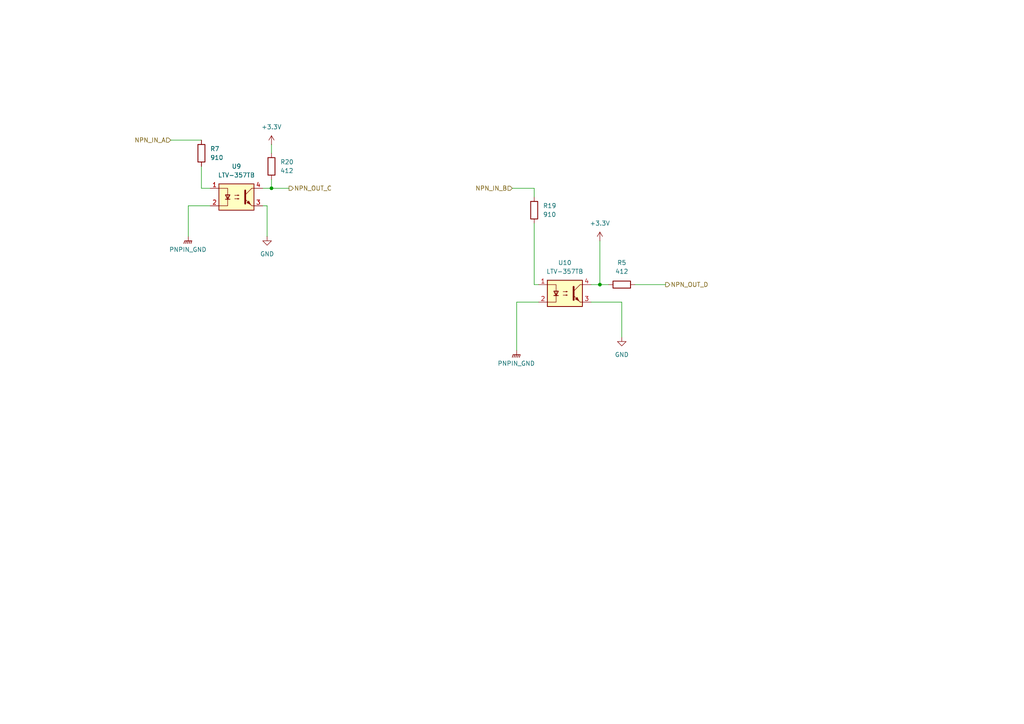
<source format=kicad_sch>
(kicad_sch
	(version 20250114)
	(generator "eeschema")
	(generator_version "9.0")
	(uuid "a31307b3-a96b-479e-83f6-7db9869a64c2")
	(paper "A4")
	(lib_symbols
		(symbol "Device:R"
			(pin_numbers
				(hide yes)
			)
			(pin_names
				(offset 0)
			)
			(exclude_from_sim no)
			(in_bom yes)
			(on_board yes)
			(property "Reference" "R"
				(at 2.032 0 90)
				(effects
					(font
						(size 1.27 1.27)
					)
				)
			)
			(property "Value" "R"
				(at 0 0 90)
				(effects
					(font
						(size 1.27 1.27)
					)
				)
			)
			(property "Footprint" ""
				(at -1.778 0 90)
				(effects
					(font
						(size 1.27 1.27)
					)
					(hide yes)
				)
			)
			(property "Datasheet" "~"
				(at 0 0 0)
				(effects
					(font
						(size 1.27 1.27)
					)
					(hide yes)
				)
			)
			(property "Description" "Resistor"
				(at 0 0 0)
				(effects
					(font
						(size 1.27 1.27)
					)
					(hide yes)
				)
			)
			(property "ki_keywords" "R res resistor"
				(at 0 0 0)
				(effects
					(font
						(size 1.27 1.27)
					)
					(hide yes)
				)
			)
			(property "ki_fp_filters" "R_*"
				(at 0 0 0)
				(effects
					(font
						(size 1.27 1.27)
					)
					(hide yes)
				)
			)
			(symbol "R_0_1"
				(rectangle
					(start -1.016 -2.54)
					(end 1.016 2.54)
					(stroke
						(width 0.254)
						(type default)
					)
					(fill
						(type none)
					)
				)
			)
			(symbol "R_1_1"
				(pin passive line
					(at 0 3.81 270)
					(length 1.27)
					(name "~"
						(effects
							(font
								(size 1.27 1.27)
							)
						)
					)
					(number "1"
						(effects
							(font
								(size 1.27 1.27)
							)
						)
					)
				)
				(pin passive line
					(at 0 -3.81 90)
					(length 1.27)
					(name "~"
						(effects
							(font
								(size 1.27 1.27)
							)
						)
					)
					(number "2"
						(effects
							(font
								(size 1.27 1.27)
							)
						)
					)
				)
			)
			(embedded_fonts no)
		)
		(symbol "Isolator:LTV-357T"
			(pin_names
				(offset 1.016)
			)
			(exclude_from_sim no)
			(in_bom yes)
			(on_board yes)
			(property "Reference" "U"
				(at -5.334 4.826 0)
				(effects
					(font
						(size 1.27 1.27)
					)
					(justify left)
				)
			)
			(property "Value" "LTV-357T"
				(at 0 5.08 0)
				(effects
					(font
						(size 1.27 1.27)
					)
					(justify left)
				)
			)
			(property "Footprint" "Package_SO:SO-4_4.4x3.6mm_P2.54mm"
				(at -5.08 -5.08 0)
				(effects
					(font
						(size 1.27 1.27)
						(italic yes)
					)
					(justify left)
					(hide yes)
				)
			)
			(property "Datasheet" "https://www.buerklin.com/medias/sys_master/download/download/h91/ha0/8892020588574.pdf"
				(at 0 0 0)
				(effects
					(font
						(size 1.27 1.27)
					)
					(justify left)
					(hide yes)
				)
			)
			(property "Description" "DC Optocoupler, Vce 35V, CTR 50%, SO-4"
				(at 0 0 0)
				(effects
					(font
						(size 1.27 1.27)
					)
					(hide yes)
				)
			)
			(property "ki_keywords" "NPN DC Optocoupler"
				(at 0 0 0)
				(effects
					(font
						(size 1.27 1.27)
					)
					(hide yes)
				)
			)
			(property "ki_fp_filters" "SO*4.4x3.6mm*P2.54mm*"
				(at 0 0 0)
				(effects
					(font
						(size 1.27 1.27)
					)
					(hide yes)
				)
			)
			(symbol "LTV-357T_0_1"
				(rectangle
					(start -5.08 3.81)
					(end 5.08 -3.81)
					(stroke
						(width 0.254)
						(type default)
					)
					(fill
						(type background)
					)
				)
				(polyline
					(pts
						(xy -5.08 2.54) (xy -2.54 2.54) (xy -2.54 -0.762)
					)
					(stroke
						(width 0)
						(type default)
					)
					(fill
						(type none)
					)
				)
				(polyline
					(pts
						(xy -3.175 -0.635) (xy -1.905 -0.635)
					)
					(stroke
						(width 0.254)
						(type default)
					)
					(fill
						(type none)
					)
				)
				(polyline
					(pts
						(xy -2.54 -0.635) (xy -2.54 -2.54) (xy -5.08 -2.54)
					)
					(stroke
						(width 0)
						(type default)
					)
					(fill
						(type none)
					)
				)
				(polyline
					(pts
						(xy -2.54 -0.635) (xy -3.175 0.635) (xy -1.905 0.635) (xy -2.54 -0.635)
					)
					(stroke
						(width 0.254)
						(type default)
					)
					(fill
						(type none)
					)
				)
				(polyline
					(pts
						(xy -0.508 0.508) (xy 0.762 0.508) (xy 0.381 0.381) (xy 0.381 0.635) (xy 0.762 0.508)
					)
					(stroke
						(width 0)
						(type default)
					)
					(fill
						(type none)
					)
				)
				(polyline
					(pts
						(xy -0.508 -0.508) (xy 0.762 -0.508) (xy 0.381 -0.635) (xy 0.381 -0.381) (xy 0.762 -0.508)
					)
					(stroke
						(width 0)
						(type default)
					)
					(fill
						(type none)
					)
				)
				(polyline
					(pts
						(xy 2.54 1.905) (xy 2.54 -1.905) (xy 2.54 -1.905)
					)
					(stroke
						(width 0.508)
						(type default)
					)
					(fill
						(type none)
					)
				)
				(polyline
					(pts
						(xy 2.54 0.635) (xy 4.445 2.54)
					)
					(stroke
						(width 0)
						(type default)
					)
					(fill
						(type none)
					)
				)
				(polyline
					(pts
						(xy 3.048 -1.651) (xy 3.556 -1.143) (xy 4.064 -2.159) (xy 3.048 -1.651) (xy 3.048 -1.651)
					)
					(stroke
						(width 0)
						(type default)
					)
					(fill
						(type outline)
					)
				)
				(polyline
					(pts
						(xy 4.445 2.54) (xy 5.08 2.54)
					)
					(stroke
						(width 0)
						(type default)
					)
					(fill
						(type none)
					)
				)
				(polyline
					(pts
						(xy 4.445 -2.54) (xy 2.54 -0.635)
					)
					(stroke
						(width 0)
						(type default)
					)
					(fill
						(type outline)
					)
				)
				(polyline
					(pts
						(xy 4.445 -2.54) (xy 5.08 -2.54)
					)
					(stroke
						(width 0)
						(type default)
					)
					(fill
						(type none)
					)
				)
			)
			(symbol "LTV-357T_1_1"
				(pin passive line
					(at -7.62 2.54 0)
					(length 2.54)
					(name "~"
						(effects
							(font
								(size 1.27 1.27)
							)
						)
					)
					(number "1"
						(effects
							(font
								(size 1.27 1.27)
							)
						)
					)
				)
				(pin passive line
					(at -7.62 -2.54 0)
					(length 2.54)
					(name "~"
						(effects
							(font
								(size 1.27 1.27)
							)
						)
					)
					(number "2"
						(effects
							(font
								(size 1.27 1.27)
							)
						)
					)
				)
				(pin passive line
					(at 7.62 2.54 180)
					(length 2.54)
					(name "~"
						(effects
							(font
								(size 1.27 1.27)
							)
						)
					)
					(number "4"
						(effects
							(font
								(size 1.27 1.27)
							)
						)
					)
				)
				(pin passive line
					(at 7.62 -2.54 180)
					(length 2.54)
					(name "~"
						(effects
							(font
								(size 1.27 1.27)
							)
						)
					)
					(number "3"
						(effects
							(font
								(size 1.27 1.27)
							)
						)
					)
				)
			)
			(embedded_fonts no)
		)
		(symbol "power:+3.3V"
			(power)
			(pin_numbers
				(hide yes)
			)
			(pin_names
				(offset 0)
				(hide yes)
			)
			(exclude_from_sim no)
			(in_bom yes)
			(on_board yes)
			(property "Reference" "#PWR"
				(at 0 -3.81 0)
				(effects
					(font
						(size 1.27 1.27)
					)
					(hide yes)
				)
			)
			(property "Value" "+3.3V"
				(at 0 3.556 0)
				(effects
					(font
						(size 1.27 1.27)
					)
				)
			)
			(property "Footprint" ""
				(at 0 0 0)
				(effects
					(font
						(size 1.27 1.27)
					)
					(hide yes)
				)
			)
			(property "Datasheet" ""
				(at 0 0 0)
				(effects
					(font
						(size 1.27 1.27)
					)
					(hide yes)
				)
			)
			(property "Description" "Power symbol creates a global label with name \"+3.3V\""
				(at 0 0 0)
				(effects
					(font
						(size 1.27 1.27)
					)
					(hide yes)
				)
			)
			(property "ki_keywords" "global power"
				(at 0 0 0)
				(effects
					(font
						(size 1.27 1.27)
					)
					(hide yes)
				)
			)
			(symbol "+3.3V_0_1"
				(polyline
					(pts
						(xy -0.762 1.27) (xy 0 2.54)
					)
					(stroke
						(width 0)
						(type default)
					)
					(fill
						(type none)
					)
				)
				(polyline
					(pts
						(xy 0 2.54) (xy 0.762 1.27)
					)
					(stroke
						(width 0)
						(type default)
					)
					(fill
						(type none)
					)
				)
				(polyline
					(pts
						(xy 0 0) (xy 0 2.54)
					)
					(stroke
						(width 0)
						(type default)
					)
					(fill
						(type none)
					)
				)
			)
			(symbol "+3.3V_1_1"
				(pin power_in line
					(at 0 0 90)
					(length 0)
					(name "~"
						(effects
							(font
								(size 1.27 1.27)
							)
						)
					)
					(number "1"
						(effects
							(font
								(size 1.27 1.27)
							)
						)
					)
				)
			)
			(embedded_fonts no)
		)
		(symbol "power:GND"
			(power)
			(pin_numbers
				(hide yes)
			)
			(pin_names
				(offset 0)
				(hide yes)
			)
			(exclude_from_sim no)
			(in_bom yes)
			(on_board yes)
			(property "Reference" "#PWR"
				(at 0 -6.35 0)
				(effects
					(font
						(size 1.27 1.27)
					)
					(hide yes)
				)
			)
			(property "Value" "GND"
				(at 0 -3.81 0)
				(effects
					(font
						(size 1.27 1.27)
					)
				)
			)
			(property "Footprint" ""
				(at 0 0 0)
				(effects
					(font
						(size 1.27 1.27)
					)
					(hide yes)
				)
			)
			(property "Datasheet" ""
				(at 0 0 0)
				(effects
					(font
						(size 1.27 1.27)
					)
					(hide yes)
				)
			)
			(property "Description" "Power symbol creates a global label with name \"GND\" , ground"
				(at 0 0 0)
				(effects
					(font
						(size 1.27 1.27)
					)
					(hide yes)
				)
			)
			(property "ki_keywords" "global power"
				(at 0 0 0)
				(effects
					(font
						(size 1.27 1.27)
					)
					(hide yes)
				)
			)
			(symbol "GND_0_1"
				(polyline
					(pts
						(xy 0 0) (xy 0 -1.27) (xy 1.27 -1.27) (xy 0 -2.54) (xy -1.27 -1.27) (xy 0 -1.27)
					)
					(stroke
						(width 0)
						(type default)
					)
					(fill
						(type none)
					)
				)
			)
			(symbol "GND_1_1"
				(pin power_in line
					(at 0 0 270)
					(length 0)
					(name "~"
						(effects
							(font
								(size 1.27 1.27)
							)
						)
					)
					(number "1"
						(effects
							(font
								(size 1.27 1.27)
							)
						)
					)
				)
			)
			(embedded_fonts no)
		)
		(symbol "power:GNDPWR"
			(power)
			(pin_numbers
				(hide yes)
			)
			(pin_names
				(offset 0)
				(hide yes)
			)
			(exclude_from_sim no)
			(in_bom yes)
			(on_board yes)
			(property "Reference" "#PWR"
				(at 0 -5.08 0)
				(effects
					(font
						(size 1.27 1.27)
					)
					(hide yes)
				)
			)
			(property "Value" "GNDPWR"
				(at 0 -3.302 0)
				(effects
					(font
						(size 1.27 1.27)
					)
				)
			)
			(property "Footprint" ""
				(at 0 -1.27 0)
				(effects
					(font
						(size 1.27 1.27)
					)
					(hide yes)
				)
			)
			(property "Datasheet" ""
				(at 0 -1.27 0)
				(effects
					(font
						(size 1.27 1.27)
					)
					(hide yes)
				)
			)
			(property "Description" "Power symbol creates a global label with name \"GNDPWR\" , global ground"
				(at 0 0 0)
				(effects
					(font
						(size 1.27 1.27)
					)
					(hide yes)
				)
			)
			(property "ki_keywords" "global ground"
				(at 0 0 0)
				(effects
					(font
						(size 1.27 1.27)
					)
					(hide yes)
				)
			)
			(symbol "GNDPWR_0_1"
				(polyline
					(pts
						(xy -1.016 -1.27) (xy -1.27 -2.032) (xy -1.27 -2.032)
					)
					(stroke
						(width 0.2032)
						(type default)
					)
					(fill
						(type none)
					)
				)
				(polyline
					(pts
						(xy -0.508 -1.27) (xy -0.762 -2.032) (xy -0.762 -2.032)
					)
					(stroke
						(width 0.2032)
						(type default)
					)
					(fill
						(type none)
					)
				)
				(polyline
					(pts
						(xy 0 -1.27) (xy 0 0)
					)
					(stroke
						(width 0)
						(type default)
					)
					(fill
						(type none)
					)
				)
				(polyline
					(pts
						(xy 0 -1.27) (xy -0.254 -2.032) (xy -0.254 -2.032)
					)
					(stroke
						(width 0.2032)
						(type default)
					)
					(fill
						(type none)
					)
				)
				(polyline
					(pts
						(xy 0.508 -1.27) (xy 0.254 -2.032) (xy 0.254 -2.032)
					)
					(stroke
						(width 0.2032)
						(type default)
					)
					(fill
						(type none)
					)
				)
				(polyline
					(pts
						(xy 1.016 -1.27) (xy -1.016 -1.27) (xy -1.016 -1.27)
					)
					(stroke
						(width 0.2032)
						(type default)
					)
					(fill
						(type none)
					)
				)
				(polyline
					(pts
						(xy 1.016 -1.27) (xy 0.762 -2.032) (xy 0.762 -2.032) (xy 0.762 -2.032)
					)
					(stroke
						(width 0.2032)
						(type default)
					)
					(fill
						(type none)
					)
				)
			)
			(symbol "GNDPWR_1_1"
				(pin power_in line
					(at 0 0 270)
					(length 0)
					(name "~"
						(effects
							(font
								(size 1.27 1.27)
							)
						)
					)
					(number "1"
						(effects
							(font
								(size 1.27 1.27)
							)
						)
					)
				)
			)
			(embedded_fonts no)
		)
	)
	(junction
		(at 173.99 82.55)
		(diameter 0)
		(color 0 0 0 0)
		(uuid "6895259b-ce4d-4c84-9427-452281936589")
	)
	(junction
		(at 78.74 54.61)
		(diameter 0)
		(color 0 0 0 0)
		(uuid "7532a8ab-5a73-43ea-8308-817c1ebd6f02")
	)
	(wire
		(pts
			(xy 76.2 54.61) (xy 78.74 54.61)
		)
		(stroke
			(width 0)
			(type default)
		)
		(uuid "0abb0e7e-476f-49dd-913e-6717dee4985c")
	)
	(wire
		(pts
			(xy 58.42 48.26) (xy 58.42 54.61)
		)
		(stroke
			(width 0)
			(type default)
		)
		(uuid "0dabb9af-ce3f-4dba-9249-dfe7e423d569")
	)
	(wire
		(pts
			(xy 49.53 40.64) (xy 58.42 40.64)
		)
		(stroke
			(width 0)
			(type default)
		)
		(uuid "16a3843e-16e8-4e9f-a3b1-d26badd53a95")
	)
	(wire
		(pts
			(xy 54.61 59.69) (xy 60.96 59.69)
		)
		(stroke
			(width 0)
			(type default)
		)
		(uuid "179dad5b-2ee2-44cb-8edb-182e8aa27d34")
	)
	(wire
		(pts
			(xy 171.45 87.63) (xy 180.34 87.63)
		)
		(stroke
			(width 0)
			(type default)
		)
		(uuid "2b0ba603-5add-4c62-8ce2-2291ca0abbd7")
	)
	(wire
		(pts
			(xy 78.74 41.91) (xy 78.74 44.45)
		)
		(stroke
			(width 0)
			(type default)
		)
		(uuid "3074d04e-3f2d-4926-95fc-7cf251e4f9a9")
	)
	(wire
		(pts
			(xy 76.2 59.69) (xy 77.47 59.69)
		)
		(stroke
			(width 0)
			(type default)
		)
		(uuid "36ea8699-921d-4588-be7b-842b305ca42b")
	)
	(wire
		(pts
			(xy 54.61 68.58) (xy 54.61 59.69)
		)
		(stroke
			(width 0)
			(type default)
		)
		(uuid "46532416-1f1e-4c0e-9930-65cc1943b976")
	)
	(wire
		(pts
			(xy 58.42 54.61) (xy 60.96 54.61)
		)
		(stroke
			(width 0)
			(type default)
		)
		(uuid "579ba326-2ee0-49a6-9217-90ae8c59717c")
	)
	(wire
		(pts
			(xy 154.94 57.15) (xy 154.94 54.61)
		)
		(stroke
			(width 0)
			(type default)
		)
		(uuid "5a33f485-1c84-462f-9b8a-1f2a2fe5d97c")
	)
	(wire
		(pts
			(xy 149.86 101.6) (xy 149.86 87.63)
		)
		(stroke
			(width 0)
			(type default)
		)
		(uuid "73d1a78c-3b10-44ca-b224-f825a4b8acfb")
	)
	(wire
		(pts
			(xy 154.94 64.77) (xy 154.94 82.55)
		)
		(stroke
			(width 0)
			(type default)
		)
		(uuid "7f1a3a1c-a533-49a5-ae7a-0df5f9d60bff")
	)
	(wire
		(pts
			(xy 180.34 97.79) (xy 180.34 87.63)
		)
		(stroke
			(width 0)
			(type default)
		)
		(uuid "83740171-141d-426d-b810-c453284ab2a3")
	)
	(wire
		(pts
			(xy 171.45 82.55) (xy 173.99 82.55)
		)
		(stroke
			(width 0)
			(type default)
		)
		(uuid "85d3da70-300a-43ba-9e5a-caff92f29c93")
	)
	(wire
		(pts
			(xy 173.99 69.85) (xy 173.99 82.55)
		)
		(stroke
			(width 0)
			(type default)
		)
		(uuid "92202242-a332-4589-8fa1-a2097f137ecc")
	)
	(wire
		(pts
			(xy 154.94 82.55) (xy 156.21 82.55)
		)
		(stroke
			(width 0)
			(type default)
		)
		(uuid "960250a5-7c7a-4b10-97f9-a7f59b29fdf7")
	)
	(wire
		(pts
			(xy 173.99 82.55) (xy 176.53 82.55)
		)
		(stroke
			(width 0)
			(type default)
		)
		(uuid "99824411-16f8-400a-a7b6-63e6aa3d56d5")
	)
	(wire
		(pts
			(xy 77.47 68.58) (xy 77.47 59.69)
		)
		(stroke
			(width 0)
			(type default)
		)
		(uuid "a89b25c1-bb08-4b01-87e3-fba74d39ffe2")
	)
	(wire
		(pts
			(xy 184.15 82.55) (xy 193.04 82.55)
		)
		(stroke
			(width 0)
			(type default)
		)
		(uuid "acadeb6a-202b-4b8d-b446-11dcb2c7fd72")
	)
	(wire
		(pts
			(xy 149.86 87.63) (xy 156.21 87.63)
		)
		(stroke
			(width 0)
			(type default)
		)
		(uuid "b412e486-f40f-459d-84a3-1c4ada0e2489")
	)
	(wire
		(pts
			(xy 78.74 54.61) (xy 83.82 54.61)
		)
		(stroke
			(width 0)
			(type default)
		)
		(uuid "b61de9ba-f2e4-4b08-9741-e0fa6cc09c1b")
	)
	(wire
		(pts
			(xy 154.94 54.61) (xy 148.59 54.61)
		)
		(stroke
			(width 0)
			(type default)
		)
		(uuid "fb127369-a63f-4d7f-bd2d-4abc3e33ebbc")
	)
	(wire
		(pts
			(xy 78.74 54.61) (xy 78.74 52.07)
		)
		(stroke
			(width 0)
			(type default)
		)
		(uuid "fd85e35d-4324-4c5c-ad9d-73eec8f9eba8")
	)
	(hierarchical_label "NPN_OUT_C"
		(shape output)
		(at 83.82 54.61 0)
		(effects
			(font
				(size 1.27 1.27)
			)
			(justify left)
		)
		(uuid "4aad945d-22af-455d-8c0e-48da66871287")
	)
	(hierarchical_label "NPN_IN_B"
		(shape input)
		(at 148.59 54.61 180)
		(effects
			(font
				(size 1.27 1.27)
			)
			(justify right)
		)
		(uuid "70bcffb3-edc2-4be5-b9b6-1b9ece0d22e1")
	)
	(hierarchical_label "NPN_OUT_D"
		(shape output)
		(at 193.04 82.55 0)
		(effects
			(font
				(size 1.27 1.27)
			)
			(justify left)
		)
		(uuid "7442ad70-9894-43c1-baa5-ded240dd3398")
	)
	(hierarchical_label "NPN_IN_A"
		(shape input)
		(at 49.53 40.64 180)
		(effects
			(font
				(size 1.27 1.27)
			)
			(justify right)
		)
		(uuid "8f25530b-4d00-45be-8a8d-c54c87a55be7")
	)
	(symbol
		(lib_id "Device:R")
		(at 154.94 60.96 0)
		(unit 1)
		(exclude_from_sim no)
		(in_bom yes)
		(on_board yes)
		(dnp no)
		(fields_autoplaced yes)
		(uuid "004646e9-4352-40af-b19a-25302ccf572c")
		(property "Reference" "R19"
			(at 157.48 59.6899 0)
			(effects
				(font
					(size 1.27 1.27)
				)
				(justify left)
			)
		)
		(property "Value" "910"
			(at 157.48 62.2299 0)
			(effects
				(font
					(size 1.27 1.27)
				)
				(justify left)
			)
		)
		(property "Footprint" "Resistor_SMD:R_0603_1608Metric"
			(at 153.162 60.96 90)
			(effects
				(font
					(size 1.27 1.27)
				)
				(hide yes)
			)
		)
		(property "Datasheet" "~"
			(at 154.94 60.96 0)
			(effects
				(font
					(size 1.27 1.27)
				)
				(hide yes)
			)
		)
		(property "Description" "Resistor"
			(at 154.94 60.96 0)
			(effects
				(font
					(size 1.27 1.27)
				)
				(hide yes)
			)
		)
		(property "LCSC#" "C114670"
			(at 154.94 60.96 90)
			(effects
				(font
					(size 1.27 1.27)
				)
				(hide yes)
			)
		)
		(pin "1"
			(uuid "c7436843-f654-4a24-a8f7-ed9a8968eecb")
		)
		(pin "2"
			(uuid "7b90e547-b9dd-40a6-b4bb-2123c884d78f")
		)
		(instances
			(project "NIVARA PROJECT"
				(path "/dc6fb271-dfd0-4448-98f1-862b1cc93a80/2ca62569-d560-4cca-9470-52fd378086ae/e4bc3110-d036-4f35-b81c-172372c17cbe"
					(reference "R19")
					(unit 1)
				)
			)
		)
	)
	(symbol
		(lib_id "Device:R")
		(at 78.74 48.26 180)
		(unit 1)
		(exclude_from_sim no)
		(in_bom yes)
		(on_board yes)
		(dnp no)
		(fields_autoplaced yes)
		(uuid "051ee258-561f-49a1-833c-c6cdc7ea4217")
		(property "Reference" "R20"
			(at 81.28 46.9899 0)
			(effects
				(font
					(size 1.27 1.27)
				)
				(justify right)
			)
		)
		(property "Value" "412"
			(at 81.28 49.5299 0)
			(effects
				(font
					(size 1.27 1.27)
				)
				(justify right)
			)
		)
		(property "Footprint" ""
			(at 80.518 48.26 90)
			(effects
				(font
					(size 1.27 1.27)
				)
				(hide yes)
			)
		)
		(property "Datasheet" "~"
			(at 78.74 48.26 0)
			(effects
				(font
					(size 1.27 1.27)
				)
				(hide yes)
			)
		)
		(property "Description" "Resistor"
			(at 78.74 48.26 0)
			(effects
				(font
					(size 1.27 1.27)
				)
				(hide yes)
			)
		)
		(pin "1"
			(uuid "6347a9f4-fab9-4029-a150-8ca530f54ca6")
		)
		(pin "2"
			(uuid "26ae7f6d-9706-4f08-b913-2050da123edf")
		)
		(instances
			(project "NIVARA PROJECT"
				(path "/dc6fb271-dfd0-4448-98f1-862b1cc93a80/2ca62569-d560-4cca-9470-52fd378086ae/e4bc3110-d036-4f35-b81c-172372c17cbe"
					(reference "R20")
					(unit 1)
				)
			)
		)
	)
	(symbol
		(lib_id "Device:R")
		(at 58.42 44.45 0)
		(unit 1)
		(exclude_from_sim no)
		(in_bom yes)
		(on_board yes)
		(dnp no)
		(fields_autoplaced yes)
		(uuid "20113740-2355-406f-803e-530340d4f0a6")
		(property "Reference" "R7"
			(at 60.96 43.1799 0)
			(effects
				(font
					(size 1.27 1.27)
				)
				(justify left)
			)
		)
		(property "Value" "910"
			(at 60.96 45.7199 0)
			(effects
				(font
					(size 1.27 1.27)
				)
				(justify left)
			)
		)
		(property "Footprint" ""
			(at 56.642 44.45 90)
			(effects
				(font
					(size 1.27 1.27)
				)
				(hide yes)
			)
		)
		(property "Datasheet" "~"
			(at 58.42 44.45 0)
			(effects
				(font
					(size 1.27 1.27)
				)
				(hide yes)
			)
		)
		(property "Description" "Resistor"
			(at 58.42 44.45 0)
			(effects
				(font
					(size 1.27 1.27)
				)
				(hide yes)
			)
		)
		(pin "2"
			(uuid "a0505185-5130-4045-9ad7-0c9a7741e7a9")
		)
		(pin "1"
			(uuid "d7f3a57e-e2bd-4d12-9616-65b974b67d9f")
		)
		(instances
			(project ""
				(path "/dc6fb271-dfd0-4448-98f1-862b1cc93a80/2ca62569-d560-4cca-9470-52fd378086ae/e4bc3110-d036-4f35-b81c-172372c17cbe"
					(reference "R7")
					(unit 1)
				)
			)
		)
	)
	(symbol
		(lib_id "Isolator:LTV-357T")
		(at 163.83 85.09 0)
		(unit 1)
		(exclude_from_sim no)
		(in_bom yes)
		(on_board yes)
		(dnp no)
		(fields_autoplaced yes)
		(uuid "29057740-47d6-4e58-a2f2-1bb918752c2e")
		(property "Reference" "U10"
			(at 163.83 76.2 0)
			(effects
				(font
					(size 1.27 1.27)
				)
			)
		)
		(property "Value" "LTV-357TB"
			(at 163.83 78.74 0)
			(effects
				(font
					(size 1.27 1.27)
				)
			)
		)
		(property "Footprint" "Package_SO:SO-4_4.4x3.6mm_P2.54mm"
			(at 158.75 90.17 0)
			(effects
				(font
					(size 1.27 1.27)
					(italic yes)
				)
				(justify left)
				(hide yes)
			)
		)
		(property "Datasheet" "https://www.buerklin.com/medias/sys_master/download/download/h91/ha0/8892020588574.pdf"
			(at 163.83 85.09 0)
			(effects
				(font
					(size 1.27 1.27)
				)
				(justify left)
				(hide yes)
			)
		)
		(property "Description" "DC Optocoupler, Vce 35V, CTR 50%, SO-4"
			(at 163.83 85.09 0)
			(effects
				(font
					(size 1.27 1.27)
				)
				(hide yes)
			)
		)
		(pin "3"
			(uuid "8ecf516a-b026-4141-8725-a377db0746bd")
		)
		(pin "1"
			(uuid "44917c7e-59e1-4fb2-8085-ea8095c010a7")
		)
		(pin "2"
			(uuid "560c3763-fedf-4e3b-aede-39f122bd8b6f")
		)
		(pin "4"
			(uuid "f5d1130c-f063-4a62-bbbe-85b4cc625a4e")
		)
		(instances
			(project "NIVARA PROJECT"
				(path "/dc6fb271-dfd0-4448-98f1-862b1cc93a80/2ca62569-d560-4cca-9470-52fd378086ae/e4bc3110-d036-4f35-b81c-172372c17cbe"
					(reference "U10")
					(unit 1)
				)
			)
		)
	)
	(symbol
		(lib_id "power:+3.3V")
		(at 78.74 41.91 0)
		(unit 1)
		(exclude_from_sim no)
		(in_bom yes)
		(on_board yes)
		(dnp no)
		(fields_autoplaced yes)
		(uuid "29694778-dac7-4810-9fe0-f986e8fddbb0")
		(property "Reference" "#PWR044"
			(at 78.74 45.72 0)
			(effects
				(font
					(size 1.27 1.27)
				)
				(hide yes)
			)
		)
		(property "Value" "+3.3V"
			(at 78.74 36.83 0)
			(effects
				(font
					(size 1.27 1.27)
				)
			)
		)
		(property "Footprint" ""
			(at 78.74 41.91 0)
			(effects
				(font
					(size 1.27 1.27)
				)
				(hide yes)
			)
		)
		(property "Datasheet" ""
			(at 78.74 41.91 0)
			(effects
				(font
					(size 1.27 1.27)
				)
				(hide yes)
			)
		)
		(property "Description" "Power symbol creates a global label with name \"+3.3V\""
			(at 78.74 41.91 0)
			(effects
				(font
					(size 1.27 1.27)
				)
				(hide yes)
			)
		)
		(pin "1"
			(uuid "aa0d7366-eacd-4783-87a2-6ce41ace987c")
		)
		(instances
			(project "NIVARA PROJECT"
				(path "/dc6fb271-dfd0-4448-98f1-862b1cc93a80/2ca62569-d560-4cca-9470-52fd378086ae/e4bc3110-d036-4f35-b81c-172372c17cbe"
					(reference "#PWR044")
					(unit 1)
				)
			)
		)
	)
	(symbol
		(lib_id "power:GNDPWR")
		(at 54.61 68.58 0)
		(unit 1)
		(exclude_from_sim no)
		(in_bom yes)
		(on_board yes)
		(dnp no)
		(fields_autoplaced yes)
		(uuid "3ea629ae-3567-4dcd-b5dc-9ba996f205a5")
		(property "Reference" "#PWR021"
			(at 54.61 73.66 0)
			(effects
				(font
					(size 1.27 1.27)
				)
				(hide yes)
			)
		)
		(property "Value" "PNPIN_GND"
			(at 54.483 72.39 0)
			(effects
				(font
					(size 1.27 1.27)
				)
			)
		)
		(property "Footprint" ""
			(at 54.61 69.85 0)
			(effects
				(font
					(size 1.27 1.27)
				)
				(hide yes)
			)
		)
		(property "Datasheet" ""
			(at 54.61 69.85 0)
			(effects
				(font
					(size 1.27 1.27)
				)
				(hide yes)
			)
		)
		(property "Description" "Power symbol creates a global label with name \"GNDPWR\" , global ground"
			(at 54.61 68.58 0)
			(effects
				(font
					(size 1.27 1.27)
				)
				(hide yes)
			)
		)
		(pin "1"
			(uuid "883d4095-26c6-46e9-99d4-22c13ee1cec4")
		)
		(instances
			(project "NIVARA PROJECT"
				(path "/dc6fb271-dfd0-4448-98f1-862b1cc93a80/2ca62569-d560-4cca-9470-52fd378086ae/e4bc3110-d036-4f35-b81c-172372c17cbe"
					(reference "#PWR021")
					(unit 1)
				)
			)
		)
	)
	(symbol
		(lib_id "Device:R")
		(at 180.34 82.55 270)
		(unit 1)
		(exclude_from_sim no)
		(in_bom yes)
		(on_board yes)
		(dnp no)
		(fields_autoplaced yes)
		(uuid "46803329-eee8-42da-9a43-b259568aa29e")
		(property "Reference" "R5"
			(at 180.34 76.2 90)
			(effects
				(font
					(size 1.27 1.27)
				)
			)
		)
		(property "Value" "412"
			(at 180.34 78.74 90)
			(effects
				(font
					(size 1.27 1.27)
				)
			)
		)
		(property "Footprint" ""
			(at 180.34 80.772 90)
			(effects
				(font
					(size 1.27 1.27)
				)
				(hide yes)
			)
		)
		(property "Datasheet" "~"
			(at 180.34 82.55 0)
			(effects
				(font
					(size 1.27 1.27)
				)
				(hide yes)
			)
		)
		(property "Description" "Resistor"
			(at 180.34 82.55 0)
			(effects
				(font
					(size 1.27 1.27)
				)
				(hide yes)
			)
		)
		(pin "1"
			(uuid "d78fd037-b043-4754-af04-94b2079027c0")
		)
		(pin "2"
			(uuid "4c108bb9-72d0-416c-b3ec-a0c9a4f4b4de")
		)
		(instances
			(project "NIVARA PROJECT"
				(path "/dc6fb271-dfd0-4448-98f1-862b1cc93a80/2ca62569-d560-4cca-9470-52fd378086ae/e4bc3110-d036-4f35-b81c-172372c17cbe"
					(reference "R5")
					(unit 1)
				)
			)
		)
	)
	(symbol
		(lib_id "Isolator:LTV-357T")
		(at 68.58 57.15 0)
		(unit 1)
		(exclude_from_sim no)
		(in_bom yes)
		(on_board yes)
		(dnp no)
		(fields_autoplaced yes)
		(uuid "475fc676-6b98-4204-9fc1-3a923f0cb5e4")
		(property "Reference" "U9"
			(at 68.58 48.26 0)
			(effects
				(font
					(size 1.27 1.27)
				)
			)
		)
		(property "Value" "LTV-357TB"
			(at 68.58 50.8 0)
			(effects
				(font
					(size 1.27 1.27)
				)
			)
		)
		(property "Footprint" "Package_SO:SO-4_4.4x3.6mm_P2.54mm"
			(at 63.5 62.23 0)
			(effects
				(font
					(size 1.27 1.27)
					(italic yes)
				)
				(justify left)
				(hide yes)
			)
		)
		(property "Datasheet" "https://www.buerklin.com/medias/sys_master/download/download/h91/ha0/8892020588574.pdf"
			(at 68.58 57.15 0)
			(effects
				(font
					(size 1.27 1.27)
				)
				(justify left)
				(hide yes)
			)
		)
		(property "Description" "DC Optocoupler, Vce 35V, CTR 50%, SO-4"
			(at 68.58 57.15 0)
			(effects
				(font
					(size 1.27 1.27)
				)
				(hide yes)
			)
		)
		(pin "3"
			(uuid "c3fe580f-86f1-43c7-9169-0628b454ff72")
		)
		(pin "1"
			(uuid "ff93d603-68bd-4653-b760-cc62d2cb612e")
		)
		(pin "2"
			(uuid "67994852-5df6-418c-b80e-dfbf3635acbe")
		)
		(pin "4"
			(uuid "8724be08-7138-47a7-9b99-4cad8d871795")
		)
		(instances
			(project "NIVARA PROJECT"
				(path "/dc6fb271-dfd0-4448-98f1-862b1cc93a80/2ca62569-d560-4cca-9470-52fd378086ae/e4bc3110-d036-4f35-b81c-172372c17cbe"
					(reference "U9")
					(unit 1)
				)
			)
		)
	)
	(symbol
		(lib_id "power:GND")
		(at 77.47 68.58 0)
		(unit 1)
		(exclude_from_sim no)
		(in_bom yes)
		(on_board yes)
		(dnp no)
		(fields_autoplaced yes)
		(uuid "594f678e-f8fb-48a8-ab0d-c5a44a0ed7d2")
		(property "Reference" "#PWR042"
			(at 77.47 74.93 0)
			(effects
				(font
					(size 1.27 1.27)
				)
				(hide yes)
			)
		)
		(property "Value" "GND"
			(at 77.47 73.66 0)
			(effects
				(font
					(size 1.27 1.27)
				)
			)
		)
		(property "Footprint" ""
			(at 77.47 68.58 0)
			(effects
				(font
					(size 1.27 1.27)
				)
				(hide yes)
			)
		)
		(property "Datasheet" ""
			(at 77.47 68.58 0)
			(effects
				(font
					(size 1.27 1.27)
				)
				(hide yes)
			)
		)
		(property "Description" "Power symbol creates a global label with name \"GND\" , ground"
			(at 77.47 68.58 0)
			(effects
				(font
					(size 1.27 1.27)
				)
				(hide yes)
			)
		)
		(pin "1"
			(uuid "976364ef-54e9-4605-b806-cc0d7cfc3c43")
		)
		(instances
			(project "NIVARA PROJECT"
				(path "/dc6fb271-dfd0-4448-98f1-862b1cc93a80/2ca62569-d560-4cca-9470-52fd378086ae/e4bc3110-d036-4f35-b81c-172372c17cbe"
					(reference "#PWR042")
					(unit 1)
				)
			)
		)
	)
	(symbol
		(lib_id "power:GNDPWR")
		(at 149.86 101.6 0)
		(unit 1)
		(exclude_from_sim no)
		(in_bom yes)
		(on_board yes)
		(dnp no)
		(fields_autoplaced yes)
		(uuid "9d0eea35-e851-4bb9-bc9e-1df44b64d2b3")
		(property "Reference" "#PWR033"
			(at 149.86 106.68 0)
			(effects
				(font
					(size 1.27 1.27)
				)
				(hide yes)
			)
		)
		(property "Value" "PNPIN_GND"
			(at 149.733 105.41 0)
			(effects
				(font
					(size 1.27 1.27)
				)
			)
		)
		(property "Footprint" ""
			(at 149.86 102.87 0)
			(effects
				(font
					(size 1.27 1.27)
				)
				(hide yes)
			)
		)
		(property "Datasheet" ""
			(at 149.86 102.87 0)
			(effects
				(font
					(size 1.27 1.27)
				)
				(hide yes)
			)
		)
		(property "Description" "Power symbol creates a global label with name \"GNDPWR\" , global ground"
			(at 149.86 101.6 0)
			(effects
				(font
					(size 1.27 1.27)
				)
				(hide yes)
			)
		)
		(pin "1"
			(uuid "4c03aa1e-c6f8-463b-ba57-e1b9667ec861")
		)
		(instances
			(project "NIVARA PROJECT"
				(path "/dc6fb271-dfd0-4448-98f1-862b1cc93a80/2ca62569-d560-4cca-9470-52fd378086ae/e4bc3110-d036-4f35-b81c-172372c17cbe"
					(reference "#PWR033")
					(unit 1)
				)
			)
		)
	)
	(symbol
		(lib_id "power:+3.3V")
		(at 173.99 69.85 0)
		(unit 1)
		(exclude_from_sim no)
		(in_bom yes)
		(on_board yes)
		(dnp no)
		(fields_autoplaced yes)
		(uuid "a507e94e-52dd-4fa8-97e4-21eb3eb4b32e")
		(property "Reference" "#PWR045"
			(at 173.99 73.66 0)
			(effects
				(font
					(size 1.27 1.27)
				)
				(hide yes)
			)
		)
		(property "Value" "+3.3V"
			(at 173.99 64.77 0)
			(effects
				(font
					(size 1.27 1.27)
				)
			)
		)
		(property "Footprint" ""
			(at 173.99 69.85 0)
			(effects
				(font
					(size 1.27 1.27)
				)
				(hide yes)
			)
		)
		(property "Datasheet" ""
			(at 173.99 69.85 0)
			(effects
				(font
					(size 1.27 1.27)
				)
				(hide yes)
			)
		)
		(property "Description" "Power symbol creates a global label with name \"+3.3V\""
			(at 173.99 69.85 0)
			(effects
				(font
					(size 1.27 1.27)
				)
				(hide yes)
			)
		)
		(pin "1"
			(uuid "a825d63a-ce82-411c-9b7c-0fdd9b475178")
		)
		(instances
			(project "NIVARA PROJECT"
				(path "/dc6fb271-dfd0-4448-98f1-862b1cc93a80/2ca62569-d560-4cca-9470-52fd378086ae/e4bc3110-d036-4f35-b81c-172372c17cbe"
					(reference "#PWR045")
					(unit 1)
				)
			)
		)
	)
	(symbol
		(lib_id "power:GND")
		(at 180.34 97.79 0)
		(unit 1)
		(exclude_from_sim no)
		(in_bom yes)
		(on_board yes)
		(dnp no)
		(fields_autoplaced yes)
		(uuid "ab25fc56-66ac-42e6-8ba0-5ded43ce904f")
		(property "Reference" "#PWR043"
			(at 180.34 104.14 0)
			(effects
				(font
					(size 1.27 1.27)
				)
				(hide yes)
			)
		)
		(property "Value" "GND"
			(at 180.34 102.87 0)
			(effects
				(font
					(size 1.27 1.27)
				)
			)
		)
		(property "Footprint" ""
			(at 180.34 97.79 0)
			(effects
				(font
					(size 1.27 1.27)
				)
				(hide yes)
			)
		)
		(property "Datasheet" ""
			(at 180.34 97.79 0)
			(effects
				(font
					(size 1.27 1.27)
				)
				(hide yes)
			)
		)
		(property "Description" "Power symbol creates a global label with name \"GND\" , ground"
			(at 180.34 97.79 0)
			(effects
				(font
					(size 1.27 1.27)
				)
				(hide yes)
			)
		)
		(pin "1"
			(uuid "fddf7b60-05cd-4781-b24c-14a1d0613572")
		)
		(instances
			(project "NIVARA PROJECT"
				(path "/dc6fb271-dfd0-4448-98f1-862b1cc93a80/2ca62569-d560-4cca-9470-52fd378086ae/e4bc3110-d036-4f35-b81c-172372c17cbe"
					(reference "#PWR043")
					(unit 1)
				)
			)
		)
	)
)

</source>
